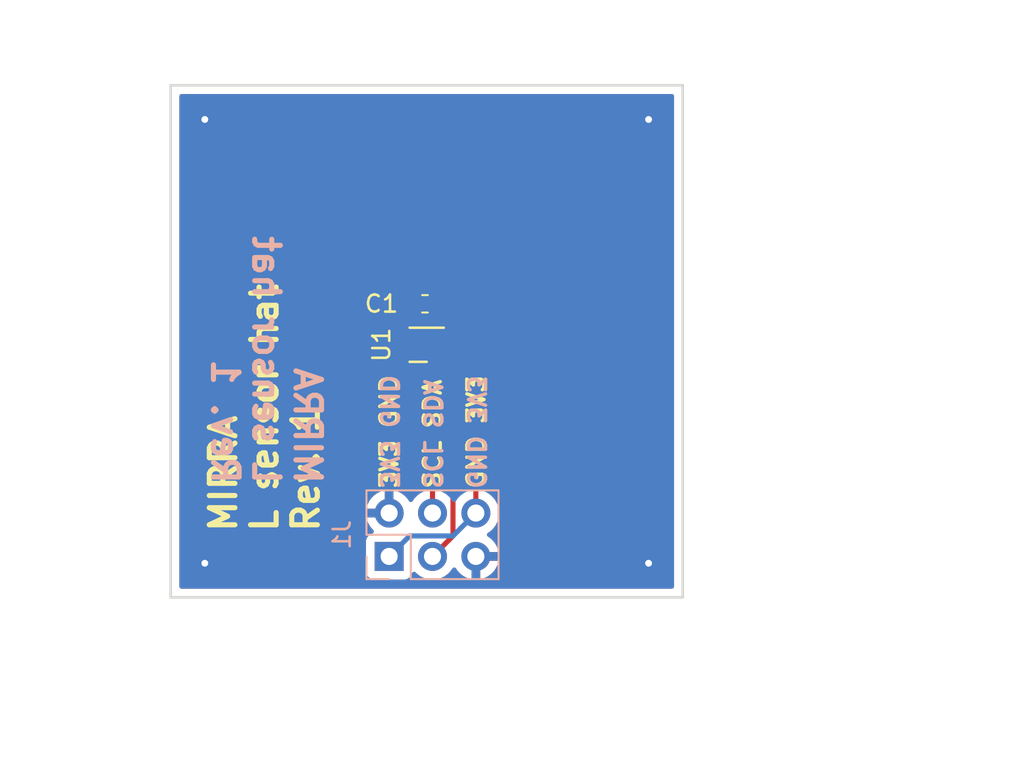
<source format=kicad_pcb>
(kicad_pcb (version 20211014) (generator pcbnew)
  (layers (0 "F.Cu" signal) (31 "B.Cu" signal) (34 "B.Paste" user) (35 "F.Paste" user) (36 "B.SilkS" user "B.Silkscreen") (37 "F.SilkS" user "F.Silkscreen") (38 "B.Mask" user) (39 "F.Mask" user) (44 "Edge.Cuts" user))
  (net 0 "")
  (net 1 "/SCL")
  (net 2 "/SDA")
  (net 3 "+3V3")
  (net 6 "GND")
  (footprint "gems_footprints:APDS-9306-065" (layer "F.Cu") (at 100 100.2 -90)
    (fp_text reference "U1" (at 0 2.65 90) (layer "F.SilkS"))
    (fp_text value "APDS-9306-065" hide)
    (fp_line (start -1 -1) (end -1 1) (layer "F.SilkS") (width 0.15))
    (fp_line (start 1 1) (end 1 0) (layer "F.SilkS") (width 0.15))
    (pad "1" smd rect (at 0.65 -0.95 270) (size 0.4 1.2) (layers "F.Cu" "F.Paste" "F.Mask") (net 1 "/SCL"))
    (pad "2" smd rect (at 0 -0.95 270) (size 0.4 1.2) (layers "F.Cu" "F.Paste" "F.Mask") (net 2 "/SDA"))
    (pad "3" smd rect (at -0.65 -0.95 270) (size 0.4 1.2) (layers "F.Cu" "F.Paste" "F.Mask") (net 3 "+3V3"))
    (pad "4" smd rect (at -0.65 0.95 270) (size 0.4 1.2) (layers "F.Cu" "F.Paste" "F.Mask"))
    (pad "5" smd rect (at 0 0.95 270) (size 0.4 1.2) (layers "F.Cu" "F.Paste" "F.Mask"))
    (pad "6" smd rect (at 0.65 0.95 270) (size 0.4 1.2) (layers "F.Cu" "F.Paste" "F.Mask") (net 6 "GND"))
  )
  (footprint "Capacitor_SMD:C_0603_1608Metric" (layer "F.Cu") (at 99.9 97.8 180)
    (fp_text reference "C1" (at 2.55 0) (layer "F.SilkS"))
    (fp_text value "1uF")
    (fp_line (start -0.162779 -0.51) (end 0.162779 -0.51) (layer "F.SilkS") (width 0.12))
    (fp_line (start -0.162779 0.51) (end 0.162779 0.51) (layer "F.SilkS") (width 0.12))
    (pad "1" smd roundrect locked (at -0.7875 0 180) (size 0.875 0.95) (layers "F.Cu" "F.Paste" "F.Mask") (net 3 "+3V3"))
    (pad "2" smd roundrect locked (at 0.7875 0 180) (size 0.875 0.95) (layers "F.Cu" "F.Paste" "F.Mask") (net 6 "GND"))
  )
  (footprint "Connector_PinSocket_2.54mm:PinSocket_2x03_P2.54mm_Vertical" (layer "B.Cu") (at 97.8 112.6 -90)
    (fp_text reference "J1" (at -1.27 2.77 90) (layer "B.SilkS") (effects (justify mirror)))
    (fp_text value "Conn_02x03_Odd_Even")
    (fp_line (start -3.87 1.33) (end -3.87 -6.41) (layer "B.SilkS") (width 0.12))
    (fp_line (start 1.33 1.33) (end 1.33 0) (layer "B.SilkS") (width 0.12))
    (fp_line (start -1.27 1.33) (end -1.27 -1.27) (layer "B.SilkS") (width 0.12))
    (fp_line (start -1.27 -1.27) (end 1.33 -1.27) (layer "B.SilkS") (width 0.12))
    (fp_line (start 0 1.33) (end 1.33 1.33) (layer "B.SilkS") (width 0.12))
    (fp_line (start -3.87 1.33) (end -1.27 1.33) (layer "B.SilkS") (width 0.12))
    (fp_line (start 1.33 -1.27) (end 1.33 -6.41) (layer "B.SilkS") (width 0.12))
    (fp_line (start -3.87 -6.41) (end 1.33 -6.41) (layer "B.SilkS") (width 0.12))
    (pad "1" thru_hole rect (at 0 0 270) (size 1.7 1.7) (drill 1) (layers *.Cu *.Mask) (net 3 "+3V3"))
    (pad "2" thru_hole oval (at -2.54 0 270) (size 1.7 1.7) (drill 1) (layers *.Cu *.Mask) (net 6 "GND"))
    (pad "3" thru_hole oval (at 0 -2.54 270) (size 1.7 1.7) (drill 1) (layers *.Cu *.Mask) (net 1 "/SCL"))
    (pad "4" thru_hole oval (at -2.54 -2.54 270) (size 1.7 1.7) (drill 1) (layers *.Cu *.Mask) (net 2 "/SDA"))
    (pad "5" thru_hole oval (at 0 -5.08 270) (size 1.7 1.7) (drill 1) (layers *.Cu *.Mask) (net 6 "GND"))
    (pad "6" thru_hole oval (at -2.54 -5.08 270) (size 1.7 1.7) (drill 1) (layers *.Cu *.Mask) (net 3 "+3V3"))
  )
  (gr_line (start 85 85) (end 85 115) (layer "Edge.Cuts") (width 0.15))
  (gr_line (start 85 85) (end 115 85) (layer "Edge.Cuts") (width 0.15))
  (gr_line (start 115 85) (end 115 115) (layer "Edge.Cuts") (width 0.15))
  (gr_line (start 85 115) (end 115 115) (layer "Edge.Cuts") (width 0.15))
  (gr_text "GND 3V3" (at 102.9 108.73 -90) (layer "B.SilkS") (effects (font (size 1 1) (thickness 0.2)) (justify left mirror)))
  (gr_text "3V3 GND" (at 97.8 108.7 -90) (layer "B.SilkS") (effects (font (size 1 1) (thickness 0.2)) (justify left mirror)))
  (gr_text "MIRRA\nL sensor hat\nRev. 1" (at 90.6 108.5 270) (layer "B.SilkS") (effects (font (size 1.5 1.5) (thickness 0.3)) (justify left mirror)))
  (gr_text "SCL SDA" (at 100.34 108.73 -90) (layer "B.SilkS") (effects (font (size 1 1) (thickness 0.2)) (justify left mirror)))
  (gr_text "MIRRA\nL sensor hat\nRev. 1" (at 90.5 111.3 90) (layer "F.SilkS") (effects (font (size 1.5 1.5) (thickness 0.3)) (justify left)))
  (gr_text "3V3 GND" (at 97.8 108.7 90) (layer "F.SilkS") (effects (font (size 1 1) (thickness 0.2)) (justify left)))
  (gr_text "GND 3V3" (at 102.9 108.73 90) (layer "F.SilkS") (effects (font (size 1 1) (thickness 0.2)) (justify left)))
  (gr_text "SCL SDA" (at 100.34 108.73 90) (layer "F.SilkS") (effects (font (size 1 1) (thickness 0.2)) (justify left)))
  (segment (start 100.95 100.85) (end 101.54 101.44) (width 0.3) (layer "F.Cu") (net 1))
  (segment (start 101.54 111.4) (end 100.34 112.6) (width 0.3) (layer "F.Cu") (net 1))
  (segment (start 101.54 101.44) (end 101.54 111.4) (width 0.3) (layer "F.Cu") (net 1))
  (segment (start 100.34 108.54) (end 100.34 110.06) (width 0.3) (layer "F.Cu") (net 2))
  (segment (start 100 108.2) (end 100.34 108.54) (width 0.3) (layer "F.Cu") (net 2))
  (segment (start 100.05 100.2) (end 100 100.25) (width 0.3) (layer "F.Cu") (net 2))
  (segment (start 100 100.25) (end 100 108.2) (width 0.3) (layer "F.Cu") (net 2))
  (segment (start 100.95 100.2) (end 100.05 100.2) (width 0.3) (layer "F.Cu") (net 2))
  (segment (start 102.15 99.55) (end 100.95 99.55) (width 0.3) (layer "F.Cu") (net 3))
  (segment (start 102.88 110.06) (end 102.88 100.28) (width 0.3) (layer "F.Cu") (net 3))
  (segment (start 100.95 99.55) (end 100.95 98.0625) (width 0.3) (layer "F.Cu") (net 3))
  (segment (start 100.95 98.0625) (end 100.6875 97.8) (width 0.3) (layer "F.Cu") (net 3))
  (segment (start 102.88 100.28) (end 102.15 99.55) (width 0.3) (layer "F.Cu") (net 3))
  (segment (start 99 111.4) (end 97.8 112.6) (width 0.3) (layer "B.Cu") (net 3))
  (segment (start 102.88 110.06) (end 101.54 111.4) (width 0.3) (layer "B.Cu") (net 3))
  (segment (start 101.54 111.4) (end 99 111.4) (width 0.3) (layer "B.Cu") (net 3))
  (via (at 113 87) (size 0.8) (drill 0.4) (layers "F.Cu" "B.Cu") (net 6))
  (via (at 87 113) (size 0.8) (drill 0.4) (layers "F.Cu" "B.Cu") (net 6))
  (via (at 113 113) (size 0.8) (drill 0.4) (layers "F.Cu" "B.Cu") (net 6))
  (via (at 87 87) (size 0.8) (drill 0.4) (layers "F.Cu" "B.Cu") (net 6))
  (zone (net 6) (net_name "GND") (layer "F.Cu") (connect_pads (clearance 0.508)) (min_thickness 0.254) (fill yes (thermal_gap 0.508) (thermal_bridge_width 0.508))
    (polygon (pts (xy 118 83.5) (xy 118 120.25) (xy 80 120) (xy 80 83.5)))
  )
  (zone (net 6) (net_name "GND") (layer "B.Cu") (connect_pads (clearance 0.508)) (min_thickness 0.254) (fill yes (thermal_gap 0.508) (thermal_bridge_width 0.508))
    (polygon (pts (xy 75 80) (xy 135 80) (xy 135 125) (xy 75 124.5)))
  )
)
</source>
